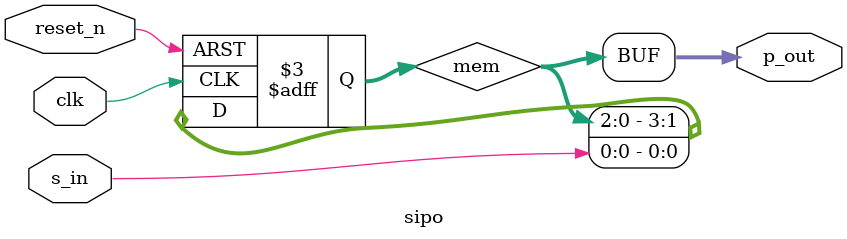
<source format=v>
`timescale 1ns / 1ps
module sipo(s_in, clk, reset_n, p_out);
    input s_in;                 //serial input
    input clk, reset_n;
    output wire [3:0] p_out;    //parellel output
    
    reg [3:0] mem;              //register (4 bit).
    
    always @(posedge clk, negedge reset_n)
    begin
        if(reset_n == 0)
            mem<=0;
        else
            mem <= {mem[2:0], s_in};
    end
    assign p_out = mem;
    
endmodule

</source>
